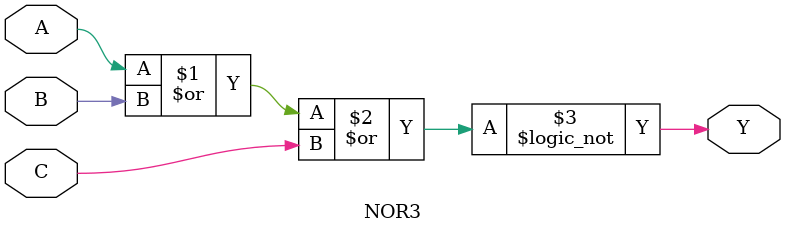
<source format=v>
module NOR3 (
	input A, B, C,
	output Y
);
	assign Y = !(A | B | C);
endmodule
</source>
